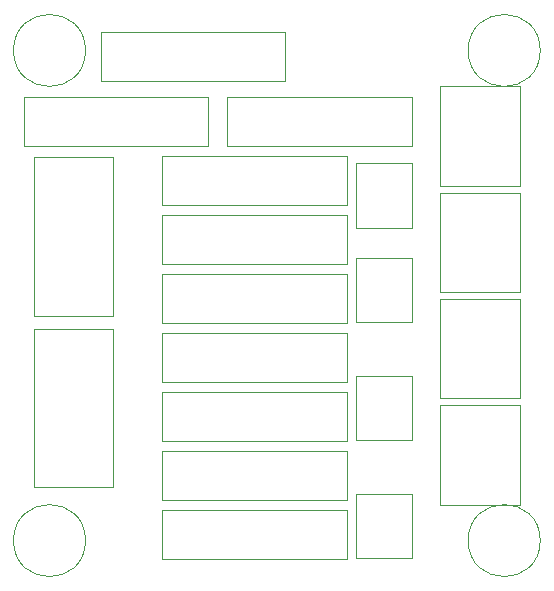
<source format=gbr>
%TF.GenerationSoftware,KiCad,Pcbnew,5.1.10-88a1d61d58~90~ubuntu20.04.1*%
%TF.CreationDate,2022-01-16T22:12:24+00:00*%
%TF.ProjectId,level_shifter,6c657665-6c5f-4736-9869-667465722e6b,rev?*%
%TF.SameCoordinates,Original*%
%TF.FileFunction,Other,User*%
%FSLAX46Y46*%
G04 Gerber Fmt 4.6, Leading zero omitted, Abs format (unit mm)*
G04 Created by KiCad (PCBNEW 5.1.10-88a1d61d58~90~ubuntu20.04.1) date 2022-01-16 22:12:24*
%MOMM*%
%LPD*%
G01*
G04 APERTURE LIST*
%ADD10C,0.050000*%
G04 APERTURE END LIST*
D10*
%TO.C,R10*%
X122550000Y-103450000D02*
X122550000Y-107550000D01*
X122550000Y-107550000D02*
X138150000Y-107550000D01*
X138150000Y-107550000D02*
X138150000Y-103450000D01*
X138150000Y-103450000D02*
X122550000Y-103450000D01*
%TO.C,R9*%
X122550000Y-93450000D02*
X122550000Y-97550000D01*
X122550000Y-97550000D02*
X138150000Y-97550000D01*
X138150000Y-97550000D02*
X138150000Y-93450000D01*
X138150000Y-93450000D02*
X122550000Y-93450000D01*
%TO.C,R8*%
X122550000Y-83450000D02*
X122550000Y-87550000D01*
X122550000Y-87550000D02*
X138150000Y-87550000D01*
X138150000Y-87550000D02*
X138150000Y-83450000D01*
X138150000Y-83450000D02*
X122550000Y-83450000D01*
%TO.C,R7*%
X122550000Y-73450000D02*
X122550000Y-77550000D01*
X122550000Y-77550000D02*
X138150000Y-77550000D01*
X138150000Y-77550000D02*
X138150000Y-73450000D01*
X138150000Y-73450000D02*
X122550000Y-73450000D01*
%TO.C,R6*%
X122550000Y-98450000D02*
X122550000Y-102550000D01*
X122550000Y-102550000D02*
X138150000Y-102550000D01*
X138150000Y-102550000D02*
X138150000Y-98450000D01*
X138150000Y-98450000D02*
X122550000Y-98450000D01*
%TO.C,R5*%
X122550000Y-88450000D02*
X122550000Y-92550000D01*
X122550000Y-92550000D02*
X138150000Y-92550000D01*
X138150000Y-92550000D02*
X138150000Y-88450000D01*
X138150000Y-88450000D02*
X122550000Y-88450000D01*
%TO.C,R4*%
X122550000Y-78450000D02*
X122550000Y-82550000D01*
X122550000Y-82550000D02*
X138150000Y-82550000D01*
X138150000Y-82550000D02*
X138150000Y-78450000D01*
X138150000Y-78450000D02*
X122550000Y-78450000D01*
%TO.C,R3*%
X128050000Y-68450000D02*
X128050000Y-72550000D01*
X128050000Y-72550000D02*
X143650000Y-72550000D01*
X143650000Y-72550000D02*
X143650000Y-68450000D01*
X143650000Y-68450000D02*
X128050000Y-68450000D01*
%TO.C,R2*%
X132950000Y-67050000D02*
X132950000Y-62950000D01*
X132950000Y-62950000D02*
X117350000Y-62950000D01*
X117350000Y-62950000D02*
X117350000Y-67050000D01*
X117350000Y-67050000D02*
X132950000Y-67050000D01*
%TO.C,R1*%
X126450000Y-72550000D02*
X126450000Y-68450000D01*
X126450000Y-68450000D02*
X110850000Y-68450000D01*
X110850000Y-68450000D02*
X110850000Y-72550000D01*
X110850000Y-72550000D02*
X126450000Y-72550000D01*
%TO.C,Q4*%
X143730000Y-102040000D02*
X143730000Y-107500000D01*
X143730000Y-102040000D02*
X138990000Y-102040000D01*
X138990000Y-107500000D02*
X143730000Y-107500000D01*
X138990000Y-107500000D02*
X138990000Y-102040000D01*
%TO.C,Q3*%
X143730000Y-92040000D02*
X143730000Y-97500000D01*
X143730000Y-92040000D02*
X138990000Y-92040000D01*
X138990000Y-97500000D02*
X143730000Y-97500000D01*
X138990000Y-97500000D02*
X138990000Y-92040000D01*
%TO.C,Q2*%
X143730000Y-82040000D02*
X143730000Y-87500000D01*
X143730000Y-82040000D02*
X138990000Y-82040000D01*
X138990000Y-87500000D02*
X143730000Y-87500000D01*
X138990000Y-87500000D02*
X138990000Y-82040000D01*
%TO.C,Q1*%
X143730000Y-74040000D02*
X143730000Y-79500000D01*
X143730000Y-74040000D02*
X138990000Y-74040000D01*
X138990000Y-79500000D02*
X143730000Y-79500000D01*
X138990000Y-79500000D02*
X138990000Y-74040000D01*
%TO.C,J6*%
X152850000Y-94550000D02*
X146100000Y-94550000D01*
X146100000Y-94550000D02*
X146100000Y-102950000D01*
X146100000Y-102950000D02*
X152850000Y-102950000D01*
X152850000Y-102950000D02*
X152850000Y-94550000D01*
%TO.C,J5*%
X152850000Y-85550000D02*
X146100000Y-85550000D01*
X146100000Y-85550000D02*
X146100000Y-93950000D01*
X146100000Y-93950000D02*
X152850000Y-93950000D01*
X152850000Y-93950000D02*
X152850000Y-85550000D01*
%TO.C,J4*%
X152850000Y-76550000D02*
X146100000Y-76550000D01*
X146100000Y-76550000D02*
X146100000Y-84950000D01*
X146100000Y-84950000D02*
X152850000Y-84950000D01*
X152850000Y-84950000D02*
X152850000Y-76550000D01*
%TO.C,J3*%
X152850000Y-67550000D02*
X146100000Y-67550000D01*
X146100000Y-67550000D02*
X146100000Y-75950000D01*
X146100000Y-75950000D02*
X152850000Y-75950000D01*
X152850000Y-75950000D02*
X152850000Y-67550000D01*
%TO.C,J2*%
X111650000Y-101450000D02*
X118400000Y-101450000D01*
X118400000Y-101450000D02*
X118400000Y-88050000D01*
X118400000Y-88050000D02*
X111650000Y-88050000D01*
X111650000Y-88050000D02*
X111650000Y-101450000D01*
%TO.C,J1*%
X111650000Y-86950000D02*
X118400000Y-86950000D01*
X118400000Y-86950000D02*
X118400000Y-73550000D01*
X118400000Y-73550000D02*
X111650000Y-73550000D01*
X111650000Y-73550000D02*
X111650000Y-86950000D01*
%TO.C,REF\u002A\u002A*%
X116050000Y-106000000D02*
G75*
G03*
X116050000Y-106000000I-3050000J0D01*
G01*
X154550000Y-64500000D02*
G75*
G03*
X154550000Y-64500000I-3050000J0D01*
G01*
X116050000Y-64500000D02*
G75*
G03*
X116050000Y-64500000I-3050000J0D01*
G01*
X154550000Y-106000000D02*
G75*
G03*
X154550000Y-106000000I-3050000J0D01*
G01*
%TD*%
M02*

</source>
